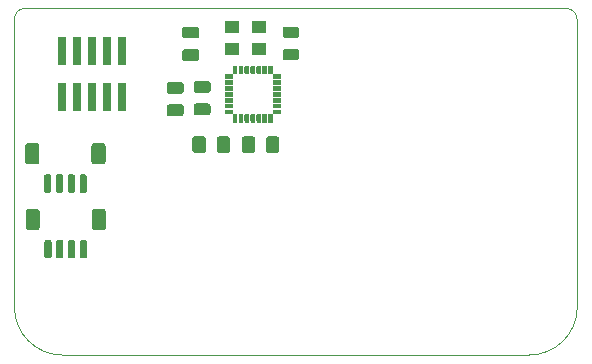
<source format=gbr>
G04 #@! TF.GenerationSoftware,KiCad,Pcbnew,(5.1.5)-3*
G04 #@! TF.CreationDate,2021-12-12T15:29:12-06:00*
G04 #@! TF.ProjectId,InputJoyStickSTM32QFN28,496e7075-744a-46f7-9953-7469636b5354,rev?*
G04 #@! TF.SameCoordinates,Original*
G04 #@! TF.FileFunction,Paste,Top*
G04 #@! TF.FilePolarity,Positive*
%FSLAX46Y46*%
G04 Gerber Fmt 4.6, Leading zero omitted, Abs format (unit mm)*
G04 Created by KiCad (PCBNEW (5.1.5)-3) date 2021-12-12 15:29:12*
%MOMM*%
%LPD*%
G04 APERTURE LIST*
%ADD10C,0.050000*%
%ADD11C,0.100000*%
%ADD12R,0.599948X0.299974*%
%ADD13R,0.299974X0.599948*%
%ADD14R,0.740000X2.400000*%
%ADD15R,1.300000X1.100000*%
G04 APERTURE END LIST*
D10*
X179279873Y-85389743D02*
G75*
G02X180239940Y-86360000I-5095J-965162D01*
G01*
X132588000Y-86296602D02*
G75*
G02X133489685Y-85389720I901685J5182D01*
G01*
X132588000Y-110680500D02*
X132588000Y-86296602D01*
X136652000Y-114744500D02*
G75*
G02X132588000Y-110680500I0J4064000D01*
G01*
X176153080Y-114744500D02*
X136652000Y-114744500D01*
X180239940Y-86360000D02*
X180250164Y-110667800D01*
X180250164Y-110670340D02*
G75*
G02X176153080Y-114744500I-4074224J0D01*
G01*
X179279820Y-85389720D02*
X133489685Y-85389720D01*
D11*
G36*
X151086693Y-90286586D02*
G01*
X151086693Y-90886534D01*
X151386667Y-90886534D01*
X151386667Y-90286586D01*
X151086693Y-90286586D01*
G37*
X151086693Y-90286586D02*
X151086693Y-90886534D01*
X151386667Y-90886534D01*
X151386667Y-90286586D01*
X151086693Y-90286586D01*
G36*
X151587073Y-90286586D02*
G01*
X151587073Y-90886534D01*
X151887047Y-90886534D01*
X151887047Y-90286586D01*
X151587073Y-90286586D01*
G37*
X151587073Y-90286586D02*
X151587073Y-90886534D01*
X151887047Y-90886534D01*
X151887047Y-90286586D01*
X151587073Y-90286586D01*
G36*
X152087453Y-90286586D02*
G01*
X152087453Y-90886534D01*
X152387427Y-90886534D01*
X152387427Y-90286586D01*
X152087453Y-90286586D01*
G37*
X152087453Y-90286586D02*
X152087453Y-90886534D01*
X152387427Y-90886534D01*
X152387427Y-90286586D01*
X152087453Y-90286586D01*
G36*
X152587833Y-90286586D02*
G01*
X152587833Y-90886534D01*
X152887807Y-90886534D01*
X152887807Y-90286586D01*
X152587833Y-90286586D01*
G37*
X152587833Y-90286586D02*
X152587833Y-90886534D01*
X152887807Y-90886534D01*
X152887807Y-90286586D01*
X152587833Y-90286586D01*
G36*
X153088213Y-90286586D02*
G01*
X153088213Y-90886534D01*
X153388187Y-90886534D01*
X153388187Y-90286586D01*
X153088213Y-90286586D01*
G37*
X153088213Y-90286586D02*
X153088213Y-90886534D01*
X153388187Y-90886534D01*
X153388187Y-90286586D01*
X153088213Y-90286586D01*
G36*
X153588593Y-90286586D02*
G01*
X153588593Y-90886534D01*
X153888567Y-90886534D01*
X153888567Y-90286586D01*
X153588593Y-90286586D01*
G37*
X153588593Y-90286586D02*
X153588593Y-90886534D01*
X153888567Y-90886534D01*
X153888567Y-90286586D01*
X153588593Y-90286586D01*
G36*
X154088973Y-90286586D02*
G01*
X154088973Y-90886534D01*
X154388947Y-90886534D01*
X154388947Y-90286586D01*
X154088973Y-90286586D01*
G37*
X154088973Y-90286586D02*
X154088973Y-90886534D01*
X154388947Y-90886534D01*
X154388947Y-90286586D01*
X154088973Y-90286586D01*
G36*
X154482546Y-90980133D02*
G01*
X154482546Y-91280107D01*
X155082494Y-91280107D01*
X155082494Y-90980133D01*
X154482546Y-90980133D01*
G37*
X154482546Y-90980133D02*
X154482546Y-91280107D01*
X155082494Y-91280107D01*
X155082494Y-90980133D01*
X154482546Y-90980133D01*
G36*
X154482546Y-91480513D02*
G01*
X154482546Y-91780487D01*
X155082494Y-91780487D01*
X155082494Y-91480513D01*
X154482546Y-91480513D01*
G37*
X154482546Y-91480513D02*
X154482546Y-91780487D01*
X155082494Y-91780487D01*
X155082494Y-91480513D01*
X154482546Y-91480513D01*
G36*
X154482546Y-91980893D02*
G01*
X154482546Y-92280867D01*
X155082494Y-92280867D01*
X155082494Y-91980893D01*
X154482546Y-91980893D01*
G37*
X154482546Y-91980893D02*
X154482546Y-92280867D01*
X155082494Y-92280867D01*
X155082494Y-91980893D01*
X154482546Y-91980893D01*
G36*
X154482546Y-92481273D02*
G01*
X154482546Y-92781247D01*
X155082494Y-92781247D01*
X155082494Y-92481273D01*
X154482546Y-92481273D01*
G37*
X154482546Y-92481273D02*
X154482546Y-92781247D01*
X155082494Y-92781247D01*
X155082494Y-92481273D01*
X154482546Y-92481273D01*
G36*
X154482546Y-92981653D02*
G01*
X154482546Y-93281627D01*
X155082494Y-93281627D01*
X155082494Y-92981653D01*
X154482546Y-92981653D01*
G37*
X154482546Y-92981653D02*
X154482546Y-93281627D01*
X155082494Y-93281627D01*
X155082494Y-92981653D01*
X154482546Y-92981653D01*
G36*
X154482546Y-93482033D02*
G01*
X154482546Y-93782007D01*
X155082494Y-93782007D01*
X155082494Y-93482033D01*
X154482546Y-93482033D01*
G37*
X154482546Y-93482033D02*
X154482546Y-93782007D01*
X155082494Y-93782007D01*
X155082494Y-93482033D01*
X154482546Y-93482033D01*
G36*
X154482546Y-93982413D02*
G01*
X154482546Y-94282387D01*
X155082494Y-94282387D01*
X155082494Y-93982413D01*
X154482546Y-93982413D01*
G37*
X154482546Y-93982413D02*
X154482546Y-94282387D01*
X155082494Y-94282387D01*
X155082494Y-93982413D01*
X154482546Y-93982413D01*
G36*
X154088973Y-94375986D02*
G01*
X154088973Y-94975934D01*
X154388947Y-94975934D01*
X154388947Y-94375986D01*
X154088973Y-94375986D01*
G37*
X154088973Y-94375986D02*
X154088973Y-94975934D01*
X154388947Y-94975934D01*
X154388947Y-94375986D01*
X154088973Y-94375986D01*
G36*
X153588593Y-94375986D02*
G01*
X153588593Y-94975934D01*
X153888567Y-94975934D01*
X153888567Y-94375986D01*
X153588593Y-94375986D01*
G37*
X153588593Y-94375986D02*
X153588593Y-94975934D01*
X153888567Y-94975934D01*
X153888567Y-94375986D01*
X153588593Y-94375986D01*
G36*
X153088213Y-94375986D02*
G01*
X153088213Y-94975934D01*
X153388187Y-94975934D01*
X153388187Y-94375986D01*
X153088213Y-94375986D01*
G37*
X153088213Y-94375986D02*
X153088213Y-94975934D01*
X153388187Y-94975934D01*
X153388187Y-94375986D01*
X153088213Y-94375986D01*
G36*
X152587833Y-94375986D02*
G01*
X152587833Y-94975934D01*
X152887807Y-94975934D01*
X152887807Y-94375986D01*
X152587833Y-94375986D01*
G37*
X152587833Y-94375986D02*
X152587833Y-94975934D01*
X152887807Y-94975934D01*
X152887807Y-94375986D01*
X152587833Y-94375986D01*
G36*
X152087453Y-94375986D02*
G01*
X152087453Y-94975934D01*
X152387427Y-94975934D01*
X152387427Y-94375986D01*
X152087453Y-94375986D01*
G37*
X152087453Y-94375986D02*
X152087453Y-94975934D01*
X152387427Y-94975934D01*
X152387427Y-94375986D01*
X152087453Y-94375986D01*
G36*
X151587073Y-94375986D02*
G01*
X151587073Y-94975934D01*
X151887047Y-94975934D01*
X151887047Y-94375986D01*
X151587073Y-94375986D01*
G37*
X151587073Y-94375986D02*
X151587073Y-94975934D01*
X151887047Y-94975934D01*
X151887047Y-94375986D01*
X151587073Y-94375986D01*
G36*
X151086693Y-94375986D02*
G01*
X151086693Y-94975934D01*
X151386667Y-94975934D01*
X151386667Y-94375986D01*
X151086693Y-94375986D01*
G37*
X151086693Y-94375986D02*
X151086693Y-94975934D01*
X151386667Y-94975934D01*
X151386667Y-94375986D01*
X151086693Y-94375986D01*
G36*
X150393146Y-93982413D02*
G01*
X150393146Y-94282387D01*
X150993094Y-94282387D01*
X150993094Y-93982413D01*
X150393146Y-93982413D01*
G37*
X150393146Y-93982413D02*
X150393146Y-94282387D01*
X150993094Y-94282387D01*
X150993094Y-93982413D01*
X150393146Y-93982413D01*
G36*
X150393146Y-93482033D02*
G01*
X150393146Y-93782007D01*
X150993094Y-93782007D01*
X150993094Y-93482033D01*
X150393146Y-93482033D01*
G37*
X150393146Y-93482033D02*
X150393146Y-93782007D01*
X150993094Y-93782007D01*
X150993094Y-93482033D01*
X150393146Y-93482033D01*
G36*
X150393146Y-92981653D02*
G01*
X150393146Y-93281627D01*
X150993094Y-93281627D01*
X150993094Y-92981653D01*
X150393146Y-92981653D01*
G37*
X150393146Y-92981653D02*
X150393146Y-93281627D01*
X150993094Y-93281627D01*
X150993094Y-92981653D01*
X150393146Y-92981653D01*
G36*
X150393146Y-92481273D02*
G01*
X150393146Y-92781247D01*
X150993094Y-92781247D01*
X150993094Y-92481273D01*
X150393146Y-92481273D01*
G37*
X150393146Y-92481273D02*
X150393146Y-92781247D01*
X150993094Y-92781247D01*
X150993094Y-92481273D01*
X150393146Y-92481273D01*
G36*
X150393146Y-91980893D02*
G01*
X150393146Y-92280867D01*
X150993094Y-92280867D01*
X150993094Y-91980893D01*
X150393146Y-91980893D01*
G37*
X150393146Y-91980893D02*
X150393146Y-92280867D01*
X150993094Y-92280867D01*
X150993094Y-91980893D01*
X150393146Y-91980893D01*
G36*
X150393146Y-91480513D02*
G01*
X150393146Y-91780487D01*
X150993094Y-91780487D01*
X150993094Y-91480513D01*
X150393146Y-91480513D01*
G37*
X150393146Y-91480513D02*
X150393146Y-91780487D01*
X150993094Y-91780487D01*
X150993094Y-91480513D01*
X150393146Y-91480513D01*
G36*
X150393146Y-90980133D02*
G01*
X150393146Y-91280107D01*
X150993094Y-91280107D01*
X150993094Y-90980133D01*
X150393146Y-90980133D01*
G37*
X150393146Y-90980133D02*
X150393146Y-91280107D01*
X150993094Y-91280107D01*
X150993094Y-90980133D01*
X150393146Y-90980133D01*
D12*
X150693120Y-91130120D03*
X150693120Y-91630500D03*
X150693120Y-92130880D03*
X150693120Y-92631260D03*
X150693120Y-93131640D03*
X150693120Y-93632020D03*
X150693120Y-94132400D03*
D13*
X151236680Y-94675960D03*
X151737060Y-94675960D03*
X152237440Y-94675960D03*
X152737820Y-94675960D03*
X153238200Y-94675960D03*
X153738580Y-94675960D03*
X154238960Y-94675960D03*
D12*
X154782520Y-94132400D03*
X154782520Y-93632020D03*
X154782520Y-93131640D03*
X154782520Y-92631260D03*
X154782520Y-92130880D03*
X154782520Y-91630500D03*
X154782520Y-91130120D03*
D13*
X154238960Y-90586560D03*
X153738580Y-90586560D03*
X153238200Y-90586560D03*
X152737820Y-90586560D03*
X152237440Y-90586560D03*
X151737060Y-90586560D03*
X151236680Y-90586560D03*
D11*
G36*
X150627445Y-96232684D02*
G01*
X150651713Y-96236284D01*
X150675512Y-96242245D01*
X150698611Y-96250510D01*
X150720790Y-96261000D01*
X150741833Y-96273612D01*
X150761539Y-96288227D01*
X150779717Y-96304703D01*
X150796193Y-96322881D01*
X150810808Y-96342587D01*
X150823420Y-96363630D01*
X150833910Y-96385809D01*
X150842175Y-96408908D01*
X150848136Y-96432707D01*
X150851736Y-96456975D01*
X150852940Y-96481479D01*
X150852940Y-97381481D01*
X150851736Y-97405985D01*
X150848136Y-97430253D01*
X150842175Y-97454052D01*
X150833910Y-97477151D01*
X150823420Y-97499330D01*
X150810808Y-97520373D01*
X150796193Y-97540079D01*
X150779717Y-97558257D01*
X150761539Y-97574733D01*
X150741833Y-97589348D01*
X150720790Y-97601960D01*
X150698611Y-97612450D01*
X150675512Y-97620715D01*
X150651713Y-97626676D01*
X150627445Y-97630276D01*
X150602941Y-97631480D01*
X149952939Y-97631480D01*
X149928435Y-97630276D01*
X149904167Y-97626676D01*
X149880368Y-97620715D01*
X149857269Y-97612450D01*
X149835090Y-97601960D01*
X149814047Y-97589348D01*
X149794341Y-97574733D01*
X149776163Y-97558257D01*
X149759687Y-97540079D01*
X149745072Y-97520373D01*
X149732460Y-97499330D01*
X149721970Y-97477151D01*
X149713705Y-97454052D01*
X149707744Y-97430253D01*
X149704144Y-97405985D01*
X149702940Y-97381481D01*
X149702940Y-96481479D01*
X149704144Y-96456975D01*
X149707744Y-96432707D01*
X149713705Y-96408908D01*
X149721970Y-96385809D01*
X149732460Y-96363630D01*
X149745072Y-96342587D01*
X149759687Y-96322881D01*
X149776163Y-96304703D01*
X149794341Y-96288227D01*
X149814047Y-96273612D01*
X149835090Y-96261000D01*
X149857269Y-96250510D01*
X149880368Y-96242245D01*
X149904167Y-96236284D01*
X149928435Y-96232684D01*
X149952939Y-96231480D01*
X150602941Y-96231480D01*
X150627445Y-96232684D01*
G37*
G36*
X148577445Y-96232684D02*
G01*
X148601713Y-96236284D01*
X148625512Y-96242245D01*
X148648611Y-96250510D01*
X148670790Y-96261000D01*
X148691833Y-96273612D01*
X148711539Y-96288227D01*
X148729717Y-96304703D01*
X148746193Y-96322881D01*
X148760808Y-96342587D01*
X148773420Y-96363630D01*
X148783910Y-96385809D01*
X148792175Y-96408908D01*
X148798136Y-96432707D01*
X148801736Y-96456975D01*
X148802940Y-96481479D01*
X148802940Y-97381481D01*
X148801736Y-97405985D01*
X148798136Y-97430253D01*
X148792175Y-97454052D01*
X148783910Y-97477151D01*
X148773420Y-97499330D01*
X148760808Y-97520373D01*
X148746193Y-97540079D01*
X148729717Y-97558257D01*
X148711539Y-97574733D01*
X148691833Y-97589348D01*
X148670790Y-97601960D01*
X148648611Y-97612450D01*
X148625512Y-97620715D01*
X148601713Y-97626676D01*
X148577445Y-97630276D01*
X148552941Y-97631480D01*
X147902939Y-97631480D01*
X147878435Y-97630276D01*
X147854167Y-97626676D01*
X147830368Y-97620715D01*
X147807269Y-97612450D01*
X147785090Y-97601960D01*
X147764047Y-97589348D01*
X147744341Y-97574733D01*
X147726163Y-97558257D01*
X147709687Y-97540079D01*
X147695072Y-97520373D01*
X147682460Y-97499330D01*
X147671970Y-97477151D01*
X147663705Y-97454052D01*
X147657744Y-97430253D01*
X147654144Y-97405985D01*
X147652940Y-97381481D01*
X147652940Y-96481479D01*
X147654144Y-96456975D01*
X147657744Y-96432707D01*
X147663705Y-96408908D01*
X147671970Y-96385809D01*
X147682460Y-96363630D01*
X147695072Y-96342587D01*
X147709687Y-96322881D01*
X147726163Y-96304703D01*
X147744341Y-96288227D01*
X147764047Y-96273612D01*
X147785090Y-96261000D01*
X147807269Y-96250510D01*
X147830368Y-96242245D01*
X147854167Y-96236284D01*
X147878435Y-96232684D01*
X147902939Y-96231480D01*
X148552941Y-96231480D01*
X148577445Y-96232684D01*
G37*
G36*
X152755745Y-96237764D02*
G01*
X152780013Y-96241364D01*
X152803812Y-96247325D01*
X152826911Y-96255590D01*
X152849090Y-96266080D01*
X152870133Y-96278692D01*
X152889839Y-96293307D01*
X152908017Y-96309783D01*
X152924493Y-96327961D01*
X152939108Y-96347667D01*
X152951720Y-96368710D01*
X152962210Y-96390889D01*
X152970475Y-96413988D01*
X152976436Y-96437787D01*
X152980036Y-96462055D01*
X152981240Y-96486559D01*
X152981240Y-97386561D01*
X152980036Y-97411065D01*
X152976436Y-97435333D01*
X152970475Y-97459132D01*
X152962210Y-97482231D01*
X152951720Y-97504410D01*
X152939108Y-97525453D01*
X152924493Y-97545159D01*
X152908017Y-97563337D01*
X152889839Y-97579813D01*
X152870133Y-97594428D01*
X152849090Y-97607040D01*
X152826911Y-97617530D01*
X152803812Y-97625795D01*
X152780013Y-97631756D01*
X152755745Y-97635356D01*
X152731241Y-97636560D01*
X152081239Y-97636560D01*
X152056735Y-97635356D01*
X152032467Y-97631756D01*
X152008668Y-97625795D01*
X151985569Y-97617530D01*
X151963390Y-97607040D01*
X151942347Y-97594428D01*
X151922641Y-97579813D01*
X151904463Y-97563337D01*
X151887987Y-97545159D01*
X151873372Y-97525453D01*
X151860760Y-97504410D01*
X151850270Y-97482231D01*
X151842005Y-97459132D01*
X151836044Y-97435333D01*
X151832444Y-97411065D01*
X151831240Y-97386561D01*
X151831240Y-96486559D01*
X151832444Y-96462055D01*
X151836044Y-96437787D01*
X151842005Y-96413988D01*
X151850270Y-96390889D01*
X151860760Y-96368710D01*
X151873372Y-96347667D01*
X151887987Y-96327961D01*
X151904463Y-96309783D01*
X151922641Y-96293307D01*
X151942347Y-96278692D01*
X151963390Y-96266080D01*
X151985569Y-96255590D01*
X152008668Y-96247325D01*
X152032467Y-96241364D01*
X152056735Y-96237764D01*
X152081239Y-96236560D01*
X152731241Y-96236560D01*
X152755745Y-96237764D01*
G37*
G36*
X154805745Y-96237764D02*
G01*
X154830013Y-96241364D01*
X154853812Y-96247325D01*
X154876911Y-96255590D01*
X154899090Y-96266080D01*
X154920133Y-96278692D01*
X154939839Y-96293307D01*
X154958017Y-96309783D01*
X154974493Y-96327961D01*
X154989108Y-96347667D01*
X155001720Y-96368710D01*
X155012210Y-96390889D01*
X155020475Y-96413988D01*
X155026436Y-96437787D01*
X155030036Y-96462055D01*
X155031240Y-96486559D01*
X155031240Y-97386561D01*
X155030036Y-97411065D01*
X155026436Y-97435333D01*
X155020475Y-97459132D01*
X155012210Y-97482231D01*
X155001720Y-97504410D01*
X154989108Y-97525453D01*
X154974493Y-97545159D01*
X154958017Y-97563337D01*
X154939839Y-97579813D01*
X154920133Y-97594428D01*
X154899090Y-97607040D01*
X154876911Y-97617530D01*
X154853812Y-97625795D01*
X154830013Y-97631756D01*
X154805745Y-97635356D01*
X154781241Y-97636560D01*
X154131239Y-97636560D01*
X154106735Y-97635356D01*
X154082467Y-97631756D01*
X154058668Y-97625795D01*
X154035569Y-97617530D01*
X154013390Y-97607040D01*
X153992347Y-97594428D01*
X153972641Y-97579813D01*
X153954463Y-97563337D01*
X153937987Y-97545159D01*
X153923372Y-97525453D01*
X153910760Y-97504410D01*
X153900270Y-97482231D01*
X153892005Y-97459132D01*
X153886044Y-97435333D01*
X153882444Y-97411065D01*
X153881240Y-97386561D01*
X153881240Y-96486559D01*
X153882444Y-96462055D01*
X153886044Y-96437787D01*
X153892005Y-96413988D01*
X153900270Y-96390889D01*
X153910760Y-96368710D01*
X153923372Y-96347667D01*
X153937987Y-96327961D01*
X153954463Y-96309783D01*
X153972641Y-96293307D01*
X153992347Y-96278692D01*
X154013390Y-96266080D01*
X154035569Y-96255590D01*
X154058668Y-96247325D01*
X154082467Y-96241364D01*
X154106735Y-96237764D01*
X154131239Y-96236560D01*
X154781241Y-96236560D01*
X154805745Y-96237764D01*
G37*
G36*
X146691744Y-91624424D02*
G01*
X146716013Y-91628024D01*
X146739811Y-91633985D01*
X146762911Y-91642250D01*
X146785089Y-91652740D01*
X146806133Y-91665353D01*
X146825838Y-91679967D01*
X146844017Y-91696443D01*
X146860493Y-91714622D01*
X146875107Y-91734327D01*
X146887720Y-91755371D01*
X146898210Y-91777549D01*
X146906475Y-91800649D01*
X146912436Y-91824447D01*
X146916036Y-91848716D01*
X146917240Y-91873220D01*
X146917240Y-92373220D01*
X146916036Y-92397724D01*
X146912436Y-92421993D01*
X146906475Y-92445791D01*
X146898210Y-92468891D01*
X146887720Y-92491069D01*
X146875107Y-92512113D01*
X146860493Y-92531818D01*
X146844017Y-92549997D01*
X146825838Y-92566473D01*
X146806133Y-92581087D01*
X146785089Y-92593700D01*
X146762911Y-92604190D01*
X146739811Y-92612455D01*
X146716013Y-92618416D01*
X146691744Y-92622016D01*
X146667240Y-92623220D01*
X145717240Y-92623220D01*
X145692736Y-92622016D01*
X145668467Y-92618416D01*
X145644669Y-92612455D01*
X145621569Y-92604190D01*
X145599391Y-92593700D01*
X145578347Y-92581087D01*
X145558642Y-92566473D01*
X145540463Y-92549997D01*
X145523987Y-92531818D01*
X145509373Y-92512113D01*
X145496760Y-92491069D01*
X145486270Y-92468891D01*
X145478005Y-92445791D01*
X145472044Y-92421993D01*
X145468444Y-92397724D01*
X145467240Y-92373220D01*
X145467240Y-91873220D01*
X145468444Y-91848716D01*
X145472044Y-91824447D01*
X145478005Y-91800649D01*
X145486270Y-91777549D01*
X145496760Y-91755371D01*
X145509373Y-91734327D01*
X145523987Y-91714622D01*
X145540463Y-91696443D01*
X145558642Y-91679967D01*
X145578347Y-91665353D01*
X145599391Y-91652740D01*
X145621569Y-91642250D01*
X145644669Y-91633985D01*
X145668467Y-91628024D01*
X145692736Y-91624424D01*
X145717240Y-91623220D01*
X146667240Y-91623220D01*
X146691744Y-91624424D01*
G37*
G36*
X146691744Y-93524424D02*
G01*
X146716013Y-93528024D01*
X146739811Y-93533985D01*
X146762911Y-93542250D01*
X146785089Y-93552740D01*
X146806133Y-93565353D01*
X146825838Y-93579967D01*
X146844017Y-93596443D01*
X146860493Y-93614622D01*
X146875107Y-93634327D01*
X146887720Y-93655371D01*
X146898210Y-93677549D01*
X146906475Y-93700649D01*
X146912436Y-93724447D01*
X146916036Y-93748716D01*
X146917240Y-93773220D01*
X146917240Y-94273220D01*
X146916036Y-94297724D01*
X146912436Y-94321993D01*
X146906475Y-94345791D01*
X146898210Y-94368891D01*
X146887720Y-94391069D01*
X146875107Y-94412113D01*
X146860493Y-94431818D01*
X146844017Y-94449997D01*
X146825838Y-94466473D01*
X146806133Y-94481087D01*
X146785089Y-94493700D01*
X146762911Y-94504190D01*
X146739811Y-94512455D01*
X146716013Y-94518416D01*
X146691744Y-94522016D01*
X146667240Y-94523220D01*
X145717240Y-94523220D01*
X145692736Y-94522016D01*
X145668467Y-94518416D01*
X145644669Y-94512455D01*
X145621569Y-94504190D01*
X145599391Y-94493700D01*
X145578347Y-94481087D01*
X145558642Y-94466473D01*
X145540463Y-94449997D01*
X145523987Y-94431818D01*
X145509373Y-94412113D01*
X145496760Y-94391069D01*
X145486270Y-94368891D01*
X145478005Y-94345791D01*
X145472044Y-94321993D01*
X145468444Y-94297724D01*
X145467240Y-94273220D01*
X145467240Y-93773220D01*
X145468444Y-93748716D01*
X145472044Y-93724447D01*
X145478005Y-93700649D01*
X145486270Y-93677549D01*
X145496760Y-93655371D01*
X145509373Y-93634327D01*
X145523987Y-93614622D01*
X145540463Y-93596443D01*
X145558642Y-93579967D01*
X145578347Y-93565353D01*
X145599391Y-93552740D01*
X145621569Y-93542250D01*
X145644669Y-93533985D01*
X145668467Y-93528024D01*
X145692736Y-93524424D01*
X145717240Y-93523220D01*
X146667240Y-93523220D01*
X146691744Y-93524424D01*
G37*
G36*
X148985364Y-91545684D02*
G01*
X149009633Y-91549284D01*
X149033431Y-91555245D01*
X149056531Y-91563510D01*
X149078709Y-91574000D01*
X149099753Y-91586613D01*
X149119458Y-91601227D01*
X149137637Y-91617703D01*
X149154113Y-91635882D01*
X149168727Y-91655587D01*
X149181340Y-91676631D01*
X149191830Y-91698809D01*
X149200095Y-91721909D01*
X149206056Y-91745707D01*
X149209656Y-91769976D01*
X149210860Y-91794480D01*
X149210860Y-92294480D01*
X149209656Y-92318984D01*
X149206056Y-92343253D01*
X149200095Y-92367051D01*
X149191830Y-92390151D01*
X149181340Y-92412329D01*
X149168727Y-92433373D01*
X149154113Y-92453078D01*
X149137637Y-92471257D01*
X149119458Y-92487733D01*
X149099753Y-92502347D01*
X149078709Y-92514960D01*
X149056531Y-92525450D01*
X149033431Y-92533715D01*
X149009633Y-92539676D01*
X148985364Y-92543276D01*
X148960860Y-92544480D01*
X148010860Y-92544480D01*
X147986356Y-92543276D01*
X147962087Y-92539676D01*
X147938289Y-92533715D01*
X147915189Y-92525450D01*
X147893011Y-92514960D01*
X147871967Y-92502347D01*
X147852262Y-92487733D01*
X147834083Y-92471257D01*
X147817607Y-92453078D01*
X147802993Y-92433373D01*
X147790380Y-92412329D01*
X147779890Y-92390151D01*
X147771625Y-92367051D01*
X147765664Y-92343253D01*
X147762064Y-92318984D01*
X147760860Y-92294480D01*
X147760860Y-91794480D01*
X147762064Y-91769976D01*
X147765664Y-91745707D01*
X147771625Y-91721909D01*
X147779890Y-91698809D01*
X147790380Y-91676631D01*
X147802993Y-91655587D01*
X147817607Y-91635882D01*
X147834083Y-91617703D01*
X147852262Y-91601227D01*
X147871967Y-91586613D01*
X147893011Y-91574000D01*
X147915189Y-91563510D01*
X147938289Y-91555245D01*
X147962087Y-91549284D01*
X147986356Y-91545684D01*
X148010860Y-91544480D01*
X148960860Y-91544480D01*
X148985364Y-91545684D01*
G37*
G36*
X148985364Y-93445684D02*
G01*
X149009633Y-93449284D01*
X149033431Y-93455245D01*
X149056531Y-93463510D01*
X149078709Y-93474000D01*
X149099753Y-93486613D01*
X149119458Y-93501227D01*
X149137637Y-93517703D01*
X149154113Y-93535882D01*
X149168727Y-93555587D01*
X149181340Y-93576631D01*
X149191830Y-93598809D01*
X149200095Y-93621909D01*
X149206056Y-93645707D01*
X149209656Y-93669976D01*
X149210860Y-93694480D01*
X149210860Y-94194480D01*
X149209656Y-94218984D01*
X149206056Y-94243253D01*
X149200095Y-94267051D01*
X149191830Y-94290151D01*
X149181340Y-94312329D01*
X149168727Y-94333373D01*
X149154113Y-94353078D01*
X149137637Y-94371257D01*
X149119458Y-94387733D01*
X149099753Y-94402347D01*
X149078709Y-94414960D01*
X149056531Y-94425450D01*
X149033431Y-94433715D01*
X149009633Y-94439676D01*
X148985364Y-94443276D01*
X148960860Y-94444480D01*
X148010860Y-94444480D01*
X147986356Y-94443276D01*
X147962087Y-94439676D01*
X147938289Y-94433715D01*
X147915189Y-94425450D01*
X147893011Y-94414960D01*
X147871967Y-94402347D01*
X147852262Y-94387733D01*
X147834083Y-94371257D01*
X147817607Y-94353078D01*
X147802993Y-94333373D01*
X147790380Y-94312329D01*
X147779890Y-94290151D01*
X147771625Y-94267051D01*
X147765664Y-94243253D01*
X147762064Y-94218984D01*
X147760860Y-94194480D01*
X147760860Y-93694480D01*
X147762064Y-93669976D01*
X147765664Y-93645707D01*
X147771625Y-93621909D01*
X147779890Y-93598809D01*
X147790380Y-93576631D01*
X147802993Y-93555587D01*
X147817607Y-93535882D01*
X147834083Y-93517703D01*
X147852262Y-93501227D01*
X147871967Y-93486613D01*
X147893011Y-93474000D01*
X147915189Y-93463510D01*
X147938289Y-93455245D01*
X147962087Y-93449284D01*
X147986356Y-93445684D01*
X148010860Y-93444480D01*
X148960860Y-93444480D01*
X148985364Y-93445684D01*
G37*
G36*
X148010004Y-86940664D02*
G01*
X148034273Y-86944264D01*
X148058071Y-86950225D01*
X148081171Y-86958490D01*
X148103349Y-86968980D01*
X148124393Y-86981593D01*
X148144098Y-86996207D01*
X148162277Y-87012683D01*
X148178753Y-87030862D01*
X148193367Y-87050567D01*
X148205980Y-87071611D01*
X148216470Y-87093789D01*
X148224735Y-87116889D01*
X148230696Y-87140687D01*
X148234296Y-87164956D01*
X148235500Y-87189460D01*
X148235500Y-87689460D01*
X148234296Y-87713964D01*
X148230696Y-87738233D01*
X148224735Y-87762031D01*
X148216470Y-87785131D01*
X148205980Y-87807309D01*
X148193367Y-87828353D01*
X148178753Y-87848058D01*
X148162277Y-87866237D01*
X148144098Y-87882713D01*
X148124393Y-87897327D01*
X148103349Y-87909940D01*
X148081171Y-87920430D01*
X148058071Y-87928695D01*
X148034273Y-87934656D01*
X148010004Y-87938256D01*
X147985500Y-87939460D01*
X147035500Y-87939460D01*
X147010996Y-87938256D01*
X146986727Y-87934656D01*
X146962929Y-87928695D01*
X146939829Y-87920430D01*
X146917651Y-87909940D01*
X146896607Y-87897327D01*
X146876902Y-87882713D01*
X146858723Y-87866237D01*
X146842247Y-87848058D01*
X146827633Y-87828353D01*
X146815020Y-87807309D01*
X146804530Y-87785131D01*
X146796265Y-87762031D01*
X146790304Y-87738233D01*
X146786704Y-87713964D01*
X146785500Y-87689460D01*
X146785500Y-87189460D01*
X146786704Y-87164956D01*
X146790304Y-87140687D01*
X146796265Y-87116889D01*
X146804530Y-87093789D01*
X146815020Y-87071611D01*
X146827633Y-87050567D01*
X146842247Y-87030862D01*
X146858723Y-87012683D01*
X146876902Y-86996207D01*
X146896607Y-86981593D01*
X146917651Y-86968980D01*
X146939829Y-86958490D01*
X146962929Y-86950225D01*
X146986727Y-86944264D01*
X147010996Y-86940664D01*
X147035500Y-86939460D01*
X147985500Y-86939460D01*
X148010004Y-86940664D01*
G37*
G36*
X148010004Y-88840664D02*
G01*
X148034273Y-88844264D01*
X148058071Y-88850225D01*
X148081171Y-88858490D01*
X148103349Y-88868980D01*
X148124393Y-88881593D01*
X148144098Y-88896207D01*
X148162277Y-88912683D01*
X148178753Y-88930862D01*
X148193367Y-88950567D01*
X148205980Y-88971611D01*
X148216470Y-88993789D01*
X148224735Y-89016889D01*
X148230696Y-89040687D01*
X148234296Y-89064956D01*
X148235500Y-89089460D01*
X148235500Y-89589460D01*
X148234296Y-89613964D01*
X148230696Y-89638233D01*
X148224735Y-89662031D01*
X148216470Y-89685131D01*
X148205980Y-89707309D01*
X148193367Y-89728353D01*
X148178753Y-89748058D01*
X148162277Y-89766237D01*
X148144098Y-89782713D01*
X148124393Y-89797327D01*
X148103349Y-89809940D01*
X148081171Y-89820430D01*
X148058071Y-89828695D01*
X148034273Y-89834656D01*
X148010004Y-89838256D01*
X147985500Y-89839460D01*
X147035500Y-89839460D01*
X147010996Y-89838256D01*
X146986727Y-89834656D01*
X146962929Y-89828695D01*
X146939829Y-89820430D01*
X146917651Y-89809940D01*
X146896607Y-89797327D01*
X146876902Y-89782713D01*
X146858723Y-89766237D01*
X146842247Y-89748058D01*
X146827633Y-89728353D01*
X146815020Y-89707309D01*
X146804530Y-89685131D01*
X146796265Y-89662031D01*
X146790304Y-89638233D01*
X146786704Y-89613964D01*
X146785500Y-89589460D01*
X146785500Y-89089460D01*
X146786704Y-89064956D01*
X146790304Y-89040687D01*
X146796265Y-89016889D01*
X146804530Y-88993789D01*
X146815020Y-88971611D01*
X146827633Y-88950567D01*
X146842247Y-88930862D01*
X146858723Y-88912683D01*
X146876902Y-88896207D01*
X146896607Y-88881593D01*
X146917651Y-88868980D01*
X146939829Y-88858490D01*
X146962929Y-88850225D01*
X146986727Y-88844264D01*
X147010996Y-88840664D01*
X147035500Y-88839460D01*
X147985500Y-88839460D01*
X148010004Y-88840664D01*
G37*
D14*
X141724380Y-88992160D03*
X141724380Y-92892160D03*
X140454380Y-88992160D03*
X140454380Y-92892160D03*
X139184380Y-88992160D03*
X139184380Y-92892160D03*
X137914380Y-88992160D03*
X137914380Y-92892160D03*
X136644380Y-88992160D03*
X136644380Y-92892160D03*
D11*
G36*
X135570703Y-99458322D02*
G01*
X135585264Y-99460482D01*
X135599543Y-99464059D01*
X135613403Y-99469018D01*
X135626710Y-99475312D01*
X135639336Y-99482880D01*
X135651159Y-99491648D01*
X135662066Y-99501534D01*
X135671952Y-99512441D01*
X135680720Y-99524264D01*
X135688288Y-99536890D01*
X135694582Y-99550197D01*
X135699541Y-99564057D01*
X135703118Y-99578336D01*
X135705278Y-99592897D01*
X135706000Y-99607600D01*
X135706000Y-100857600D01*
X135705278Y-100872303D01*
X135703118Y-100886864D01*
X135699541Y-100901143D01*
X135694582Y-100915003D01*
X135688288Y-100928310D01*
X135680720Y-100940936D01*
X135671952Y-100952759D01*
X135662066Y-100963666D01*
X135651159Y-100973552D01*
X135639336Y-100982320D01*
X135626710Y-100989888D01*
X135613403Y-100996182D01*
X135599543Y-101001141D01*
X135585264Y-101004718D01*
X135570703Y-101006878D01*
X135556000Y-101007600D01*
X135256000Y-101007600D01*
X135241297Y-101006878D01*
X135226736Y-101004718D01*
X135212457Y-101001141D01*
X135198597Y-100996182D01*
X135185290Y-100989888D01*
X135172664Y-100982320D01*
X135160841Y-100973552D01*
X135149934Y-100963666D01*
X135140048Y-100952759D01*
X135131280Y-100940936D01*
X135123712Y-100928310D01*
X135117418Y-100915003D01*
X135112459Y-100901143D01*
X135108882Y-100886864D01*
X135106722Y-100872303D01*
X135106000Y-100857600D01*
X135106000Y-99607600D01*
X135106722Y-99592897D01*
X135108882Y-99578336D01*
X135112459Y-99564057D01*
X135117418Y-99550197D01*
X135123712Y-99536890D01*
X135131280Y-99524264D01*
X135140048Y-99512441D01*
X135149934Y-99501534D01*
X135160841Y-99491648D01*
X135172664Y-99482880D01*
X135185290Y-99475312D01*
X135198597Y-99469018D01*
X135212457Y-99464059D01*
X135226736Y-99460482D01*
X135241297Y-99458322D01*
X135256000Y-99457600D01*
X135556000Y-99457600D01*
X135570703Y-99458322D01*
G37*
G36*
X136570703Y-99458322D02*
G01*
X136585264Y-99460482D01*
X136599543Y-99464059D01*
X136613403Y-99469018D01*
X136626710Y-99475312D01*
X136639336Y-99482880D01*
X136651159Y-99491648D01*
X136662066Y-99501534D01*
X136671952Y-99512441D01*
X136680720Y-99524264D01*
X136688288Y-99536890D01*
X136694582Y-99550197D01*
X136699541Y-99564057D01*
X136703118Y-99578336D01*
X136705278Y-99592897D01*
X136706000Y-99607600D01*
X136706000Y-100857600D01*
X136705278Y-100872303D01*
X136703118Y-100886864D01*
X136699541Y-100901143D01*
X136694582Y-100915003D01*
X136688288Y-100928310D01*
X136680720Y-100940936D01*
X136671952Y-100952759D01*
X136662066Y-100963666D01*
X136651159Y-100973552D01*
X136639336Y-100982320D01*
X136626710Y-100989888D01*
X136613403Y-100996182D01*
X136599543Y-101001141D01*
X136585264Y-101004718D01*
X136570703Y-101006878D01*
X136556000Y-101007600D01*
X136256000Y-101007600D01*
X136241297Y-101006878D01*
X136226736Y-101004718D01*
X136212457Y-101001141D01*
X136198597Y-100996182D01*
X136185290Y-100989888D01*
X136172664Y-100982320D01*
X136160841Y-100973552D01*
X136149934Y-100963666D01*
X136140048Y-100952759D01*
X136131280Y-100940936D01*
X136123712Y-100928310D01*
X136117418Y-100915003D01*
X136112459Y-100901143D01*
X136108882Y-100886864D01*
X136106722Y-100872303D01*
X136106000Y-100857600D01*
X136106000Y-99607600D01*
X136106722Y-99592897D01*
X136108882Y-99578336D01*
X136112459Y-99564057D01*
X136117418Y-99550197D01*
X136123712Y-99536890D01*
X136131280Y-99524264D01*
X136140048Y-99512441D01*
X136149934Y-99501534D01*
X136160841Y-99491648D01*
X136172664Y-99482880D01*
X136185290Y-99475312D01*
X136198597Y-99469018D01*
X136212457Y-99464059D01*
X136226736Y-99460482D01*
X136241297Y-99458322D01*
X136256000Y-99457600D01*
X136556000Y-99457600D01*
X136570703Y-99458322D01*
G37*
G36*
X137570703Y-99458322D02*
G01*
X137585264Y-99460482D01*
X137599543Y-99464059D01*
X137613403Y-99469018D01*
X137626710Y-99475312D01*
X137639336Y-99482880D01*
X137651159Y-99491648D01*
X137662066Y-99501534D01*
X137671952Y-99512441D01*
X137680720Y-99524264D01*
X137688288Y-99536890D01*
X137694582Y-99550197D01*
X137699541Y-99564057D01*
X137703118Y-99578336D01*
X137705278Y-99592897D01*
X137706000Y-99607600D01*
X137706000Y-100857600D01*
X137705278Y-100872303D01*
X137703118Y-100886864D01*
X137699541Y-100901143D01*
X137694582Y-100915003D01*
X137688288Y-100928310D01*
X137680720Y-100940936D01*
X137671952Y-100952759D01*
X137662066Y-100963666D01*
X137651159Y-100973552D01*
X137639336Y-100982320D01*
X137626710Y-100989888D01*
X137613403Y-100996182D01*
X137599543Y-101001141D01*
X137585264Y-101004718D01*
X137570703Y-101006878D01*
X137556000Y-101007600D01*
X137256000Y-101007600D01*
X137241297Y-101006878D01*
X137226736Y-101004718D01*
X137212457Y-101001141D01*
X137198597Y-100996182D01*
X137185290Y-100989888D01*
X137172664Y-100982320D01*
X137160841Y-100973552D01*
X137149934Y-100963666D01*
X137140048Y-100952759D01*
X137131280Y-100940936D01*
X137123712Y-100928310D01*
X137117418Y-100915003D01*
X137112459Y-100901143D01*
X137108882Y-100886864D01*
X137106722Y-100872303D01*
X137106000Y-100857600D01*
X137106000Y-99607600D01*
X137106722Y-99592897D01*
X137108882Y-99578336D01*
X137112459Y-99564057D01*
X137117418Y-99550197D01*
X137123712Y-99536890D01*
X137131280Y-99524264D01*
X137140048Y-99512441D01*
X137149934Y-99501534D01*
X137160841Y-99491648D01*
X137172664Y-99482880D01*
X137185290Y-99475312D01*
X137198597Y-99469018D01*
X137212457Y-99464059D01*
X137226736Y-99460482D01*
X137241297Y-99458322D01*
X137256000Y-99457600D01*
X137556000Y-99457600D01*
X137570703Y-99458322D01*
G37*
G36*
X138570703Y-99458322D02*
G01*
X138585264Y-99460482D01*
X138599543Y-99464059D01*
X138613403Y-99469018D01*
X138626710Y-99475312D01*
X138639336Y-99482880D01*
X138651159Y-99491648D01*
X138662066Y-99501534D01*
X138671952Y-99512441D01*
X138680720Y-99524264D01*
X138688288Y-99536890D01*
X138694582Y-99550197D01*
X138699541Y-99564057D01*
X138703118Y-99578336D01*
X138705278Y-99592897D01*
X138706000Y-99607600D01*
X138706000Y-100857600D01*
X138705278Y-100872303D01*
X138703118Y-100886864D01*
X138699541Y-100901143D01*
X138694582Y-100915003D01*
X138688288Y-100928310D01*
X138680720Y-100940936D01*
X138671952Y-100952759D01*
X138662066Y-100963666D01*
X138651159Y-100973552D01*
X138639336Y-100982320D01*
X138626710Y-100989888D01*
X138613403Y-100996182D01*
X138599543Y-101001141D01*
X138585264Y-101004718D01*
X138570703Y-101006878D01*
X138556000Y-101007600D01*
X138256000Y-101007600D01*
X138241297Y-101006878D01*
X138226736Y-101004718D01*
X138212457Y-101001141D01*
X138198597Y-100996182D01*
X138185290Y-100989888D01*
X138172664Y-100982320D01*
X138160841Y-100973552D01*
X138149934Y-100963666D01*
X138140048Y-100952759D01*
X138131280Y-100940936D01*
X138123712Y-100928310D01*
X138117418Y-100915003D01*
X138112459Y-100901143D01*
X138108882Y-100886864D01*
X138106722Y-100872303D01*
X138106000Y-100857600D01*
X138106000Y-99607600D01*
X138106722Y-99592897D01*
X138108882Y-99578336D01*
X138112459Y-99564057D01*
X138117418Y-99550197D01*
X138123712Y-99536890D01*
X138131280Y-99524264D01*
X138140048Y-99512441D01*
X138149934Y-99501534D01*
X138160841Y-99491648D01*
X138172664Y-99482880D01*
X138185290Y-99475312D01*
X138198597Y-99469018D01*
X138212457Y-99464059D01*
X138226736Y-99460482D01*
X138241297Y-99458322D01*
X138256000Y-99457600D01*
X138556000Y-99457600D01*
X138570703Y-99458322D01*
G37*
G36*
X134480505Y-96808804D02*
G01*
X134504773Y-96812404D01*
X134528572Y-96818365D01*
X134551671Y-96826630D01*
X134573850Y-96837120D01*
X134594893Y-96849732D01*
X134614599Y-96864347D01*
X134632777Y-96880823D01*
X134649253Y-96899001D01*
X134663868Y-96918707D01*
X134676480Y-96939750D01*
X134686970Y-96961929D01*
X134695235Y-96985028D01*
X134701196Y-97008827D01*
X134704796Y-97033095D01*
X134706000Y-97057599D01*
X134706000Y-98357601D01*
X134704796Y-98382105D01*
X134701196Y-98406373D01*
X134695235Y-98430172D01*
X134686970Y-98453271D01*
X134676480Y-98475450D01*
X134663868Y-98496493D01*
X134649253Y-98516199D01*
X134632777Y-98534377D01*
X134614599Y-98550853D01*
X134594893Y-98565468D01*
X134573850Y-98578080D01*
X134551671Y-98588570D01*
X134528572Y-98596835D01*
X134504773Y-98602796D01*
X134480505Y-98606396D01*
X134456001Y-98607600D01*
X133755999Y-98607600D01*
X133731495Y-98606396D01*
X133707227Y-98602796D01*
X133683428Y-98596835D01*
X133660329Y-98588570D01*
X133638150Y-98578080D01*
X133617107Y-98565468D01*
X133597401Y-98550853D01*
X133579223Y-98534377D01*
X133562747Y-98516199D01*
X133548132Y-98496493D01*
X133535520Y-98475450D01*
X133525030Y-98453271D01*
X133516765Y-98430172D01*
X133510804Y-98406373D01*
X133507204Y-98382105D01*
X133506000Y-98357601D01*
X133506000Y-97057599D01*
X133507204Y-97033095D01*
X133510804Y-97008827D01*
X133516765Y-96985028D01*
X133525030Y-96961929D01*
X133535520Y-96939750D01*
X133548132Y-96918707D01*
X133562747Y-96899001D01*
X133579223Y-96880823D01*
X133597401Y-96864347D01*
X133617107Y-96849732D01*
X133638150Y-96837120D01*
X133660329Y-96826630D01*
X133683428Y-96818365D01*
X133707227Y-96812404D01*
X133731495Y-96808804D01*
X133755999Y-96807600D01*
X134456001Y-96807600D01*
X134480505Y-96808804D01*
G37*
G36*
X140080505Y-96808804D02*
G01*
X140104773Y-96812404D01*
X140128572Y-96818365D01*
X140151671Y-96826630D01*
X140173850Y-96837120D01*
X140194893Y-96849732D01*
X140214599Y-96864347D01*
X140232777Y-96880823D01*
X140249253Y-96899001D01*
X140263868Y-96918707D01*
X140276480Y-96939750D01*
X140286970Y-96961929D01*
X140295235Y-96985028D01*
X140301196Y-97008827D01*
X140304796Y-97033095D01*
X140306000Y-97057599D01*
X140306000Y-98357601D01*
X140304796Y-98382105D01*
X140301196Y-98406373D01*
X140295235Y-98430172D01*
X140286970Y-98453271D01*
X140276480Y-98475450D01*
X140263868Y-98496493D01*
X140249253Y-98516199D01*
X140232777Y-98534377D01*
X140214599Y-98550853D01*
X140194893Y-98565468D01*
X140173850Y-98578080D01*
X140151671Y-98588570D01*
X140128572Y-98596835D01*
X140104773Y-98602796D01*
X140080505Y-98606396D01*
X140056001Y-98607600D01*
X139355999Y-98607600D01*
X139331495Y-98606396D01*
X139307227Y-98602796D01*
X139283428Y-98596835D01*
X139260329Y-98588570D01*
X139238150Y-98578080D01*
X139217107Y-98565468D01*
X139197401Y-98550853D01*
X139179223Y-98534377D01*
X139162747Y-98516199D01*
X139148132Y-98496493D01*
X139135520Y-98475450D01*
X139125030Y-98453271D01*
X139116765Y-98430172D01*
X139110804Y-98406373D01*
X139107204Y-98382105D01*
X139106000Y-98357601D01*
X139106000Y-97057599D01*
X139107204Y-97033095D01*
X139110804Y-97008827D01*
X139116765Y-96985028D01*
X139125030Y-96961929D01*
X139135520Y-96939750D01*
X139148132Y-96918707D01*
X139162747Y-96899001D01*
X139179223Y-96880823D01*
X139197401Y-96864347D01*
X139217107Y-96849732D01*
X139238150Y-96837120D01*
X139260329Y-96826630D01*
X139283428Y-96818365D01*
X139307227Y-96812404D01*
X139331495Y-96808804D01*
X139355999Y-96807600D01*
X140056001Y-96807600D01*
X140080505Y-96808804D01*
G37*
G36*
X140105905Y-102371404D02*
G01*
X140130173Y-102375004D01*
X140153972Y-102380965D01*
X140177071Y-102389230D01*
X140199250Y-102399720D01*
X140220293Y-102412332D01*
X140239999Y-102426947D01*
X140258177Y-102443423D01*
X140274653Y-102461601D01*
X140289268Y-102481307D01*
X140301880Y-102502350D01*
X140312370Y-102524529D01*
X140320635Y-102547628D01*
X140326596Y-102571427D01*
X140330196Y-102595695D01*
X140331400Y-102620199D01*
X140331400Y-103920201D01*
X140330196Y-103944705D01*
X140326596Y-103968973D01*
X140320635Y-103992772D01*
X140312370Y-104015871D01*
X140301880Y-104038050D01*
X140289268Y-104059093D01*
X140274653Y-104078799D01*
X140258177Y-104096977D01*
X140239999Y-104113453D01*
X140220293Y-104128068D01*
X140199250Y-104140680D01*
X140177071Y-104151170D01*
X140153972Y-104159435D01*
X140130173Y-104165396D01*
X140105905Y-104168996D01*
X140081401Y-104170200D01*
X139381399Y-104170200D01*
X139356895Y-104168996D01*
X139332627Y-104165396D01*
X139308828Y-104159435D01*
X139285729Y-104151170D01*
X139263550Y-104140680D01*
X139242507Y-104128068D01*
X139222801Y-104113453D01*
X139204623Y-104096977D01*
X139188147Y-104078799D01*
X139173532Y-104059093D01*
X139160920Y-104038050D01*
X139150430Y-104015871D01*
X139142165Y-103992772D01*
X139136204Y-103968973D01*
X139132604Y-103944705D01*
X139131400Y-103920201D01*
X139131400Y-102620199D01*
X139132604Y-102595695D01*
X139136204Y-102571427D01*
X139142165Y-102547628D01*
X139150430Y-102524529D01*
X139160920Y-102502350D01*
X139173532Y-102481307D01*
X139188147Y-102461601D01*
X139204623Y-102443423D01*
X139222801Y-102426947D01*
X139242507Y-102412332D01*
X139263550Y-102399720D01*
X139285729Y-102389230D01*
X139308828Y-102380965D01*
X139332627Y-102375004D01*
X139356895Y-102371404D01*
X139381399Y-102370200D01*
X140081401Y-102370200D01*
X140105905Y-102371404D01*
G37*
G36*
X134505905Y-102371404D02*
G01*
X134530173Y-102375004D01*
X134553972Y-102380965D01*
X134577071Y-102389230D01*
X134599250Y-102399720D01*
X134620293Y-102412332D01*
X134639999Y-102426947D01*
X134658177Y-102443423D01*
X134674653Y-102461601D01*
X134689268Y-102481307D01*
X134701880Y-102502350D01*
X134712370Y-102524529D01*
X134720635Y-102547628D01*
X134726596Y-102571427D01*
X134730196Y-102595695D01*
X134731400Y-102620199D01*
X134731400Y-103920201D01*
X134730196Y-103944705D01*
X134726596Y-103968973D01*
X134720635Y-103992772D01*
X134712370Y-104015871D01*
X134701880Y-104038050D01*
X134689268Y-104059093D01*
X134674653Y-104078799D01*
X134658177Y-104096977D01*
X134639999Y-104113453D01*
X134620293Y-104128068D01*
X134599250Y-104140680D01*
X134577071Y-104151170D01*
X134553972Y-104159435D01*
X134530173Y-104165396D01*
X134505905Y-104168996D01*
X134481401Y-104170200D01*
X133781399Y-104170200D01*
X133756895Y-104168996D01*
X133732627Y-104165396D01*
X133708828Y-104159435D01*
X133685729Y-104151170D01*
X133663550Y-104140680D01*
X133642507Y-104128068D01*
X133622801Y-104113453D01*
X133604623Y-104096977D01*
X133588147Y-104078799D01*
X133573532Y-104059093D01*
X133560920Y-104038050D01*
X133550430Y-104015871D01*
X133542165Y-103992772D01*
X133536204Y-103968973D01*
X133532604Y-103944705D01*
X133531400Y-103920201D01*
X133531400Y-102620199D01*
X133532604Y-102595695D01*
X133536204Y-102571427D01*
X133542165Y-102547628D01*
X133550430Y-102524529D01*
X133560920Y-102502350D01*
X133573532Y-102481307D01*
X133588147Y-102461601D01*
X133604623Y-102443423D01*
X133622801Y-102426947D01*
X133642507Y-102412332D01*
X133663550Y-102399720D01*
X133685729Y-102389230D01*
X133708828Y-102380965D01*
X133732627Y-102375004D01*
X133756895Y-102371404D01*
X133781399Y-102370200D01*
X134481401Y-102370200D01*
X134505905Y-102371404D01*
G37*
G36*
X138596103Y-105020922D02*
G01*
X138610664Y-105023082D01*
X138624943Y-105026659D01*
X138638803Y-105031618D01*
X138652110Y-105037912D01*
X138664736Y-105045480D01*
X138676559Y-105054248D01*
X138687466Y-105064134D01*
X138697352Y-105075041D01*
X138706120Y-105086864D01*
X138713688Y-105099490D01*
X138719982Y-105112797D01*
X138724941Y-105126657D01*
X138728518Y-105140936D01*
X138730678Y-105155497D01*
X138731400Y-105170200D01*
X138731400Y-106420200D01*
X138730678Y-106434903D01*
X138728518Y-106449464D01*
X138724941Y-106463743D01*
X138719982Y-106477603D01*
X138713688Y-106490910D01*
X138706120Y-106503536D01*
X138697352Y-106515359D01*
X138687466Y-106526266D01*
X138676559Y-106536152D01*
X138664736Y-106544920D01*
X138652110Y-106552488D01*
X138638803Y-106558782D01*
X138624943Y-106563741D01*
X138610664Y-106567318D01*
X138596103Y-106569478D01*
X138581400Y-106570200D01*
X138281400Y-106570200D01*
X138266697Y-106569478D01*
X138252136Y-106567318D01*
X138237857Y-106563741D01*
X138223997Y-106558782D01*
X138210690Y-106552488D01*
X138198064Y-106544920D01*
X138186241Y-106536152D01*
X138175334Y-106526266D01*
X138165448Y-106515359D01*
X138156680Y-106503536D01*
X138149112Y-106490910D01*
X138142818Y-106477603D01*
X138137859Y-106463743D01*
X138134282Y-106449464D01*
X138132122Y-106434903D01*
X138131400Y-106420200D01*
X138131400Y-105170200D01*
X138132122Y-105155497D01*
X138134282Y-105140936D01*
X138137859Y-105126657D01*
X138142818Y-105112797D01*
X138149112Y-105099490D01*
X138156680Y-105086864D01*
X138165448Y-105075041D01*
X138175334Y-105064134D01*
X138186241Y-105054248D01*
X138198064Y-105045480D01*
X138210690Y-105037912D01*
X138223997Y-105031618D01*
X138237857Y-105026659D01*
X138252136Y-105023082D01*
X138266697Y-105020922D01*
X138281400Y-105020200D01*
X138581400Y-105020200D01*
X138596103Y-105020922D01*
G37*
G36*
X137596103Y-105020922D02*
G01*
X137610664Y-105023082D01*
X137624943Y-105026659D01*
X137638803Y-105031618D01*
X137652110Y-105037912D01*
X137664736Y-105045480D01*
X137676559Y-105054248D01*
X137687466Y-105064134D01*
X137697352Y-105075041D01*
X137706120Y-105086864D01*
X137713688Y-105099490D01*
X137719982Y-105112797D01*
X137724941Y-105126657D01*
X137728518Y-105140936D01*
X137730678Y-105155497D01*
X137731400Y-105170200D01*
X137731400Y-106420200D01*
X137730678Y-106434903D01*
X137728518Y-106449464D01*
X137724941Y-106463743D01*
X137719982Y-106477603D01*
X137713688Y-106490910D01*
X137706120Y-106503536D01*
X137697352Y-106515359D01*
X137687466Y-106526266D01*
X137676559Y-106536152D01*
X137664736Y-106544920D01*
X137652110Y-106552488D01*
X137638803Y-106558782D01*
X137624943Y-106563741D01*
X137610664Y-106567318D01*
X137596103Y-106569478D01*
X137581400Y-106570200D01*
X137281400Y-106570200D01*
X137266697Y-106569478D01*
X137252136Y-106567318D01*
X137237857Y-106563741D01*
X137223997Y-106558782D01*
X137210690Y-106552488D01*
X137198064Y-106544920D01*
X137186241Y-106536152D01*
X137175334Y-106526266D01*
X137165448Y-106515359D01*
X137156680Y-106503536D01*
X137149112Y-106490910D01*
X137142818Y-106477603D01*
X137137859Y-106463743D01*
X137134282Y-106449464D01*
X137132122Y-106434903D01*
X137131400Y-106420200D01*
X137131400Y-105170200D01*
X137132122Y-105155497D01*
X137134282Y-105140936D01*
X137137859Y-105126657D01*
X137142818Y-105112797D01*
X137149112Y-105099490D01*
X137156680Y-105086864D01*
X137165448Y-105075041D01*
X137175334Y-105064134D01*
X137186241Y-105054248D01*
X137198064Y-105045480D01*
X137210690Y-105037912D01*
X137223997Y-105031618D01*
X137237857Y-105026659D01*
X137252136Y-105023082D01*
X137266697Y-105020922D01*
X137281400Y-105020200D01*
X137581400Y-105020200D01*
X137596103Y-105020922D01*
G37*
G36*
X136596103Y-105020922D02*
G01*
X136610664Y-105023082D01*
X136624943Y-105026659D01*
X136638803Y-105031618D01*
X136652110Y-105037912D01*
X136664736Y-105045480D01*
X136676559Y-105054248D01*
X136687466Y-105064134D01*
X136697352Y-105075041D01*
X136706120Y-105086864D01*
X136713688Y-105099490D01*
X136719982Y-105112797D01*
X136724941Y-105126657D01*
X136728518Y-105140936D01*
X136730678Y-105155497D01*
X136731400Y-105170200D01*
X136731400Y-106420200D01*
X136730678Y-106434903D01*
X136728518Y-106449464D01*
X136724941Y-106463743D01*
X136719982Y-106477603D01*
X136713688Y-106490910D01*
X136706120Y-106503536D01*
X136697352Y-106515359D01*
X136687466Y-106526266D01*
X136676559Y-106536152D01*
X136664736Y-106544920D01*
X136652110Y-106552488D01*
X136638803Y-106558782D01*
X136624943Y-106563741D01*
X136610664Y-106567318D01*
X136596103Y-106569478D01*
X136581400Y-106570200D01*
X136281400Y-106570200D01*
X136266697Y-106569478D01*
X136252136Y-106567318D01*
X136237857Y-106563741D01*
X136223997Y-106558782D01*
X136210690Y-106552488D01*
X136198064Y-106544920D01*
X136186241Y-106536152D01*
X136175334Y-106526266D01*
X136165448Y-106515359D01*
X136156680Y-106503536D01*
X136149112Y-106490910D01*
X136142818Y-106477603D01*
X136137859Y-106463743D01*
X136134282Y-106449464D01*
X136132122Y-106434903D01*
X136131400Y-106420200D01*
X136131400Y-105170200D01*
X136132122Y-105155497D01*
X136134282Y-105140936D01*
X136137859Y-105126657D01*
X136142818Y-105112797D01*
X136149112Y-105099490D01*
X136156680Y-105086864D01*
X136165448Y-105075041D01*
X136175334Y-105064134D01*
X136186241Y-105054248D01*
X136198064Y-105045480D01*
X136210690Y-105037912D01*
X136223997Y-105031618D01*
X136237857Y-105026659D01*
X136252136Y-105023082D01*
X136266697Y-105020922D01*
X136281400Y-105020200D01*
X136581400Y-105020200D01*
X136596103Y-105020922D01*
G37*
G36*
X135596103Y-105020922D02*
G01*
X135610664Y-105023082D01*
X135624943Y-105026659D01*
X135638803Y-105031618D01*
X135652110Y-105037912D01*
X135664736Y-105045480D01*
X135676559Y-105054248D01*
X135687466Y-105064134D01*
X135697352Y-105075041D01*
X135706120Y-105086864D01*
X135713688Y-105099490D01*
X135719982Y-105112797D01*
X135724941Y-105126657D01*
X135728518Y-105140936D01*
X135730678Y-105155497D01*
X135731400Y-105170200D01*
X135731400Y-106420200D01*
X135730678Y-106434903D01*
X135728518Y-106449464D01*
X135724941Y-106463743D01*
X135719982Y-106477603D01*
X135713688Y-106490910D01*
X135706120Y-106503536D01*
X135697352Y-106515359D01*
X135687466Y-106526266D01*
X135676559Y-106536152D01*
X135664736Y-106544920D01*
X135652110Y-106552488D01*
X135638803Y-106558782D01*
X135624943Y-106563741D01*
X135610664Y-106567318D01*
X135596103Y-106569478D01*
X135581400Y-106570200D01*
X135281400Y-106570200D01*
X135266697Y-106569478D01*
X135252136Y-106567318D01*
X135237857Y-106563741D01*
X135223997Y-106558782D01*
X135210690Y-106552488D01*
X135198064Y-106544920D01*
X135186241Y-106536152D01*
X135175334Y-106526266D01*
X135165448Y-106515359D01*
X135156680Y-106503536D01*
X135149112Y-106490910D01*
X135142818Y-106477603D01*
X135137859Y-106463743D01*
X135134282Y-106449464D01*
X135132122Y-106434903D01*
X135131400Y-106420200D01*
X135131400Y-105170200D01*
X135132122Y-105155497D01*
X135134282Y-105140936D01*
X135137859Y-105126657D01*
X135142818Y-105112797D01*
X135149112Y-105099490D01*
X135156680Y-105086864D01*
X135165448Y-105075041D01*
X135175334Y-105064134D01*
X135186241Y-105054248D01*
X135198064Y-105045480D01*
X135210690Y-105037912D01*
X135223997Y-105031618D01*
X135237857Y-105026659D01*
X135252136Y-105023082D01*
X135266697Y-105020922D01*
X135281400Y-105020200D01*
X135581400Y-105020200D01*
X135596103Y-105020922D01*
G37*
G36*
X156469162Y-86940234D02*
G01*
X156492823Y-86943744D01*
X156516027Y-86949556D01*
X156538549Y-86957614D01*
X156560173Y-86967842D01*
X156580690Y-86980139D01*
X156599903Y-86994389D01*
X156617627Y-87010453D01*
X156633691Y-87028177D01*
X156647941Y-87047390D01*
X156660238Y-87067907D01*
X156670466Y-87089531D01*
X156678524Y-87112053D01*
X156684336Y-87135257D01*
X156687846Y-87158918D01*
X156689020Y-87182810D01*
X156689020Y-87670310D01*
X156687846Y-87694202D01*
X156684336Y-87717863D01*
X156678524Y-87741067D01*
X156670466Y-87763589D01*
X156660238Y-87785213D01*
X156647941Y-87805730D01*
X156633691Y-87824943D01*
X156617627Y-87842667D01*
X156599903Y-87858731D01*
X156580690Y-87872981D01*
X156560173Y-87885278D01*
X156538549Y-87895506D01*
X156516027Y-87903564D01*
X156492823Y-87909376D01*
X156469162Y-87912886D01*
X156445270Y-87914060D01*
X155532770Y-87914060D01*
X155508878Y-87912886D01*
X155485217Y-87909376D01*
X155462013Y-87903564D01*
X155439491Y-87895506D01*
X155417867Y-87885278D01*
X155397350Y-87872981D01*
X155378137Y-87858731D01*
X155360413Y-87842667D01*
X155344349Y-87824943D01*
X155330099Y-87805730D01*
X155317802Y-87785213D01*
X155307574Y-87763589D01*
X155299516Y-87741067D01*
X155293704Y-87717863D01*
X155290194Y-87694202D01*
X155289020Y-87670310D01*
X155289020Y-87182810D01*
X155290194Y-87158918D01*
X155293704Y-87135257D01*
X155299516Y-87112053D01*
X155307574Y-87089531D01*
X155317802Y-87067907D01*
X155330099Y-87047390D01*
X155344349Y-87028177D01*
X155360413Y-87010453D01*
X155378137Y-86994389D01*
X155397350Y-86980139D01*
X155417867Y-86967842D01*
X155439491Y-86957614D01*
X155462013Y-86949556D01*
X155485217Y-86943744D01*
X155508878Y-86940234D01*
X155532770Y-86939060D01*
X156445270Y-86939060D01*
X156469162Y-86940234D01*
G37*
G36*
X156469162Y-88815234D02*
G01*
X156492823Y-88818744D01*
X156516027Y-88824556D01*
X156538549Y-88832614D01*
X156560173Y-88842842D01*
X156580690Y-88855139D01*
X156599903Y-88869389D01*
X156617627Y-88885453D01*
X156633691Y-88903177D01*
X156647941Y-88922390D01*
X156660238Y-88942907D01*
X156670466Y-88964531D01*
X156678524Y-88987053D01*
X156684336Y-89010257D01*
X156687846Y-89033918D01*
X156689020Y-89057810D01*
X156689020Y-89545310D01*
X156687846Y-89569202D01*
X156684336Y-89592863D01*
X156678524Y-89616067D01*
X156670466Y-89638589D01*
X156660238Y-89660213D01*
X156647941Y-89680730D01*
X156633691Y-89699943D01*
X156617627Y-89717667D01*
X156599903Y-89733731D01*
X156580690Y-89747981D01*
X156560173Y-89760278D01*
X156538549Y-89770506D01*
X156516027Y-89778564D01*
X156492823Y-89784376D01*
X156469162Y-89787886D01*
X156445270Y-89789060D01*
X155532770Y-89789060D01*
X155508878Y-89787886D01*
X155485217Y-89784376D01*
X155462013Y-89778564D01*
X155439491Y-89770506D01*
X155417867Y-89760278D01*
X155397350Y-89747981D01*
X155378137Y-89733731D01*
X155360413Y-89717667D01*
X155344349Y-89699943D01*
X155330099Y-89680730D01*
X155317802Y-89660213D01*
X155307574Y-89638589D01*
X155299516Y-89616067D01*
X155293704Y-89592863D01*
X155290194Y-89569202D01*
X155289020Y-89545310D01*
X155289020Y-89057810D01*
X155290194Y-89033918D01*
X155293704Y-89010257D01*
X155299516Y-88987053D01*
X155307574Y-88964531D01*
X155317802Y-88942907D01*
X155330099Y-88922390D01*
X155344349Y-88903177D01*
X155360413Y-88885453D01*
X155378137Y-88869389D01*
X155397350Y-88855139D01*
X155417867Y-88842842D01*
X155439491Y-88832614D01*
X155462013Y-88824556D01*
X155485217Y-88818744D01*
X155508878Y-88815234D01*
X155532770Y-88814060D01*
X156445270Y-88814060D01*
X156469162Y-88815234D01*
G37*
D15*
X153278220Y-86941620D03*
X150978220Y-86941620D03*
X150978220Y-88841620D03*
X153278220Y-88841620D03*
M02*

</source>
